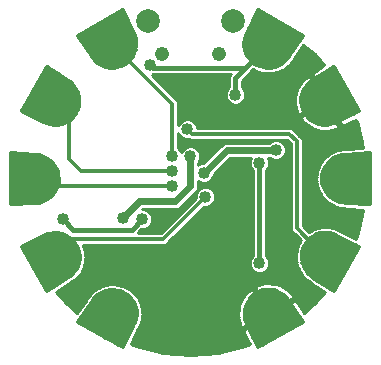
<source format=gbl>
G75*
%MOIN*%
%OFA0B0*%
%FSLAX24Y24*%
%IPPOS*%
%LPD*%
%AMOC8*
5,1,8,0,0,1.08239X$1,22.5*
%
%ADD10C,0.0476*%
%ADD11C,0.0787*%
%ADD12C,0.1266*%
%ADD13C,0.0120*%
%ADD14C,0.0400*%
%ADD15C,0.0140*%
%ADD16C,0.0100*%
%ADD17C,0.0160*%
%ADD18C,0.0240*%
D10*
X005195Y010298D03*
X007105Y010298D03*
D11*
X007571Y011400D03*
X004729Y011400D03*
D12*
X003550Y010650D03*
X001650Y008750D03*
X000963Y006150D03*
X001650Y003550D03*
X003550Y001650D03*
X008750Y001650D03*
X010650Y003550D03*
X011338Y006150D03*
X010650Y008750D03*
X008750Y010650D03*
D13*
X009327Y010104D02*
X008160Y010104D01*
X008151Y010112D02*
X008244Y010026D01*
X008350Y009957D01*
X008464Y009905D01*
X008584Y009872D01*
X008708Y009857D01*
X008833Y009861D01*
X008955Y009884D01*
X009073Y009925D01*
X009183Y009984D01*
X009283Y010059D01*
X009370Y010148D01*
X009443Y010250D01*
X009886Y010918D01*
X008414Y011768D01*
X008057Y011050D01*
X008000Y010937D01*
X007962Y010817D01*
X007944Y010692D01*
X007947Y010565D01*
X007969Y010441D01*
X008012Y010322D01*
X008073Y010211D01*
X008151Y010112D01*
X008067Y010223D02*
X009423Y010223D01*
X009503Y010341D02*
X008005Y010341D01*
X007966Y010460D02*
X009582Y010460D01*
X009661Y010578D02*
X007946Y010578D01*
X007945Y010697D02*
X009739Y010697D01*
X009818Y010815D02*
X007962Y010815D01*
X007999Y010934D02*
X009859Y010934D01*
X009654Y011052D02*
X008058Y011052D01*
X008117Y011171D02*
X009448Y011171D01*
X009243Y011289D02*
X008176Y011289D01*
X008235Y011408D02*
X009038Y011408D01*
X008833Y011526D02*
X008294Y011526D01*
X008353Y011645D02*
X008627Y011645D01*
X008422Y011763D02*
X008411Y011763D01*
X008307Y009986D02*
X009185Y009986D01*
X008866Y009867D02*
X008623Y009867D01*
X009955Y009156D02*
X011339Y009156D01*
X011271Y009275D02*
X010040Y009275D01*
X010051Y009288D02*
X009973Y009189D01*
X009912Y009078D01*
X009869Y008959D01*
X009847Y008835D01*
X009844Y008708D01*
X009862Y008583D01*
X009900Y008463D01*
X009957Y008350D01*
X010030Y008248D01*
X010117Y008159D01*
X010217Y008084D01*
X010327Y008025D01*
X010445Y007984D01*
X010567Y007961D01*
X010692Y007957D01*
X010816Y007972D01*
X010936Y008005D01*
X011050Y008057D01*
X011768Y008414D01*
X010918Y009886D01*
X010250Y009443D01*
X010144Y009374D01*
X010051Y009288D01*
X010174Y009393D02*
X011203Y009393D01*
X011134Y009512D02*
X010353Y009512D01*
X010532Y009630D02*
X011066Y009630D01*
X010997Y009749D02*
X010711Y009749D01*
X010889Y009867D02*
X010929Y009867D01*
X011408Y009038D02*
X009897Y009038D01*
X009862Y008919D02*
X011476Y008919D01*
X011545Y008801D02*
X009846Y008801D01*
X009848Y008682D02*
X011613Y008682D01*
X011681Y008564D02*
X009869Y008564D01*
X009909Y008445D02*
X011750Y008445D01*
X011592Y008327D02*
X009974Y008327D01*
X010069Y008208D02*
X011354Y008208D01*
X011115Y008090D02*
X010210Y008090D01*
X010512Y007971D02*
X010810Y007971D01*
X011211Y006943D02*
X011338Y006950D01*
X012138Y007000D01*
X012138Y005300D01*
X011338Y005350D01*
X011213Y005362D01*
X011092Y005393D01*
X010977Y005442D01*
X010871Y005508D01*
X010777Y005589D01*
X010695Y005684D01*
X010629Y005790D01*
X010580Y005905D01*
X010550Y006026D01*
X010538Y006150D01*
X010545Y006276D01*
X010572Y006400D01*
X010619Y006517D01*
X010684Y006625D01*
X010766Y006721D01*
X010862Y006803D01*
X010971Y006869D01*
X011088Y006915D01*
X011211Y006943D01*
X011061Y006905D02*
X012138Y006905D01*
X012138Y006786D02*
X010842Y006786D01*
X010720Y006668D02*
X012138Y006668D01*
X012138Y006549D02*
X010638Y006549D01*
X010584Y006431D02*
X012138Y006431D01*
X012138Y006312D02*
X010553Y006312D01*
X010540Y006194D02*
X012138Y006194D01*
X012138Y006075D02*
X010545Y006075D01*
X010567Y005957D02*
X012138Y005957D01*
X012138Y005838D02*
X010609Y005838D01*
X010673Y005720D02*
X012138Y005720D01*
X012138Y005601D02*
X010766Y005601D01*
X010912Y005483D02*
X012138Y005483D01*
X012138Y005364D02*
X011206Y005364D01*
X010817Y004338D02*
X010692Y004356D01*
X010565Y004353D01*
X010441Y004331D01*
X010322Y004288D01*
X010211Y004227D01*
X010112Y004149D01*
X010026Y004056D01*
X009957Y003950D01*
X009905Y003836D01*
X009872Y003716D01*
X009857Y003592D01*
X009861Y003467D01*
X009884Y003345D01*
X009925Y003227D01*
X009984Y003117D01*
X010059Y003017D01*
X010148Y002930D01*
X010250Y002857D01*
X010918Y002414D01*
X011768Y003886D01*
X011050Y004243D01*
X010937Y004300D01*
X010817Y004338D01*
X010942Y004298D02*
X010348Y004298D01*
X010150Y004179D02*
X011178Y004179D01*
X011417Y004061D02*
X010031Y004061D01*
X009954Y003942D02*
X011655Y003942D01*
X011732Y003824D02*
X009902Y003824D01*
X009870Y003705D02*
X011663Y003705D01*
X011595Y003587D02*
X009857Y003587D01*
X009861Y003468D02*
X011526Y003468D01*
X011458Y003350D02*
X009883Y003350D01*
X009924Y003231D02*
X011390Y003231D01*
X011321Y003113D02*
X009987Y003113D01*
X010083Y002994D02*
X011253Y002994D01*
X011184Y002876D02*
X010224Y002876D01*
X010401Y002757D02*
X011116Y002757D01*
X011048Y002639D02*
X010579Y002639D01*
X010758Y002520D02*
X010979Y002520D01*
X010650Y003550D02*
X009700Y004500D01*
X009700Y007400D01*
X009450Y007650D01*
X006200Y007650D01*
X006050Y007800D01*
X004052Y010030D02*
X003950Y009957D01*
X003837Y009900D01*
X003717Y009862D01*
X003592Y009844D01*
X003465Y009847D01*
X003341Y009869D01*
X003222Y009912D01*
X003111Y009973D01*
X003012Y010051D01*
X002926Y010144D01*
X002857Y010250D01*
X002414Y010918D01*
X003886Y011768D01*
X004243Y011050D01*
X004295Y010936D01*
X004328Y010816D01*
X004343Y010692D01*
X004339Y010567D01*
X004316Y010445D01*
X004275Y010327D01*
X004216Y010217D01*
X004141Y010117D01*
X004052Y010030D01*
X003990Y009986D02*
X003095Y009986D01*
X002963Y010104D02*
X004128Y010104D01*
X004219Y010223D02*
X002875Y010223D01*
X002797Y010341D02*
X004280Y010341D01*
X004319Y010460D02*
X002718Y010460D01*
X002639Y010578D02*
X004340Y010578D01*
X004343Y010697D02*
X002561Y010697D01*
X002482Y010815D02*
X004328Y010815D01*
X004295Y010934D02*
X002441Y010934D01*
X002646Y011052D02*
X004242Y011052D01*
X004183Y011171D02*
X002852Y011171D01*
X003057Y011289D02*
X004124Y011289D01*
X004065Y011408D02*
X003262Y011408D01*
X003467Y011526D02*
X004006Y011526D01*
X003947Y011645D02*
X003673Y011645D01*
X003878Y011763D02*
X003889Y011763D01*
X003732Y009867D02*
X003354Y009867D01*
X002316Y009183D02*
X002375Y009073D01*
X002416Y008955D01*
X002439Y008833D01*
X002443Y008708D01*
X002428Y008584D01*
X002395Y008464D01*
X002343Y008350D01*
X002274Y008244D01*
X002188Y008151D01*
X002089Y008073D01*
X001978Y008012D01*
X001859Y007969D01*
X001735Y007947D01*
X001608Y007944D01*
X001483Y007962D01*
X001363Y008000D01*
X001250Y008057D01*
X000532Y008414D01*
X001382Y009886D01*
X002050Y009443D01*
X002152Y009370D01*
X002241Y009283D01*
X002316Y009183D01*
X002330Y009156D02*
X000961Y009156D01*
X001029Y009275D02*
X002247Y009275D01*
X002120Y009393D02*
X001097Y009393D01*
X001166Y009512D02*
X001947Y009512D01*
X001768Y009630D02*
X001234Y009630D01*
X001303Y009749D02*
X001589Y009749D01*
X001411Y009867D02*
X001371Y009867D01*
X000892Y009038D02*
X002387Y009038D01*
X002423Y008919D02*
X000824Y008919D01*
X000755Y008801D02*
X002440Y008801D01*
X002440Y008682D02*
X000687Y008682D01*
X000619Y008564D02*
X002423Y008564D01*
X002386Y008445D02*
X000550Y008445D01*
X000708Y008327D02*
X002327Y008327D01*
X002240Y008208D02*
X000946Y008208D01*
X001185Y008090D02*
X002110Y008090D01*
X001864Y007971D02*
X001456Y007971D01*
X001087Y006938D02*
X000963Y006950D01*
X000163Y007000D01*
X000163Y005300D01*
X000963Y005350D01*
X001089Y005357D01*
X001212Y005385D01*
X001329Y005431D01*
X001438Y005497D01*
X001534Y005579D01*
X001616Y005675D01*
X001681Y005783D01*
X001728Y005900D01*
X001755Y006024D01*
X001763Y006150D01*
X001750Y006274D01*
X001720Y006395D01*
X001671Y006510D01*
X001605Y006616D01*
X001523Y006711D01*
X001429Y006792D01*
X001323Y006858D01*
X001208Y006907D01*
X001087Y006938D01*
X001214Y006905D02*
X000163Y006905D01*
X000163Y006786D02*
X001436Y006786D01*
X001561Y006668D02*
X000163Y006668D01*
X000163Y006549D02*
X001646Y006549D01*
X001705Y006431D02*
X000163Y006431D01*
X000163Y006312D02*
X001741Y006312D01*
X001758Y006194D02*
X000163Y006194D01*
X000163Y006075D02*
X001758Y006075D01*
X001740Y005957D02*
X000163Y005957D01*
X000163Y005838D02*
X001703Y005838D01*
X001643Y005720D02*
X000163Y005720D01*
X000163Y005601D02*
X001553Y005601D01*
X001414Y005483D02*
X000163Y005483D01*
X000163Y005364D02*
X001120Y005364D01*
X001374Y004298D02*
X001909Y004298D01*
X001855Y004316D02*
X001733Y004339D01*
X001608Y004343D01*
X001484Y004328D01*
X001364Y004295D01*
X001250Y004243D01*
X000532Y003886D01*
X001382Y002414D01*
X002050Y002857D01*
X002156Y002926D01*
X002249Y003012D01*
X002327Y003111D01*
X002388Y003222D01*
X002431Y003341D01*
X002453Y003465D01*
X002456Y003592D01*
X002438Y003717D01*
X002400Y003837D01*
X002343Y003950D01*
X002270Y004052D01*
X002183Y004141D01*
X002083Y004216D01*
X001973Y004275D01*
X001855Y004316D01*
X002132Y004179D02*
X001122Y004179D01*
X000883Y004061D02*
X002262Y004061D01*
X002347Y003942D02*
X000645Y003942D01*
X000568Y003824D02*
X002404Y003824D01*
X002439Y003705D02*
X000637Y003705D01*
X000705Y003587D02*
X002456Y003587D01*
X002453Y003468D02*
X000774Y003468D01*
X000842Y003350D02*
X002432Y003350D01*
X002391Y003231D02*
X000910Y003231D01*
X000979Y003113D02*
X002328Y003113D01*
X002229Y002994D02*
X001047Y002994D01*
X001116Y002876D02*
X002078Y002876D01*
X001899Y002757D02*
X001184Y002757D01*
X001252Y002639D02*
X001721Y002639D01*
X001542Y002520D02*
X001321Y002520D01*
X002414Y001382D02*
X003886Y000532D01*
X004243Y001250D01*
X004300Y001363D01*
X004338Y001483D01*
X004356Y001608D01*
X004353Y001735D01*
X004331Y001859D01*
X004288Y001978D01*
X004227Y002089D01*
X004149Y002188D01*
X004056Y002274D01*
X003950Y002343D01*
X003836Y002395D01*
X003716Y002428D01*
X003592Y002443D01*
X003467Y002439D01*
X003345Y002416D01*
X003227Y002375D01*
X003117Y002316D01*
X003017Y002241D01*
X002930Y002152D01*
X002857Y002050D01*
X002414Y001382D01*
X002461Y001454D02*
X004328Y001454D01*
X004350Y001572D02*
X002540Y001572D01*
X002619Y001691D02*
X004354Y001691D01*
X004340Y001809D02*
X002697Y001809D01*
X002776Y001928D02*
X004306Y001928D01*
X004251Y002046D02*
X002855Y002046D01*
X002942Y002165D02*
X004167Y002165D01*
X004041Y002283D02*
X003073Y002283D01*
X003303Y002402D02*
X003811Y002402D01*
X004286Y001335D02*
X002496Y001335D01*
X002701Y001217D02*
X004226Y001217D01*
X004167Y001098D02*
X002906Y001098D01*
X003111Y000980D02*
X004108Y000980D01*
X004050Y000861D02*
X003317Y000861D01*
X003522Y000743D02*
X003991Y000743D01*
X003932Y000624D02*
X003727Y000624D01*
X007972Y001484D02*
X008005Y001364D01*
X008057Y001250D01*
X008414Y000532D01*
X009886Y001382D01*
X009443Y002050D01*
X009374Y002156D01*
X009288Y002249D01*
X009189Y002327D01*
X009078Y002388D01*
X008959Y002431D01*
X008835Y002453D01*
X008708Y002456D01*
X008583Y002438D01*
X008463Y002400D01*
X008350Y002343D01*
X008248Y002270D01*
X008159Y002183D01*
X008084Y002083D01*
X008025Y001973D01*
X007984Y001855D01*
X007961Y001733D01*
X007957Y001608D01*
X007972Y001484D01*
X007980Y001454D02*
X009839Y001454D01*
X009804Y001335D02*
X008019Y001335D01*
X008074Y001217D02*
X009599Y001217D01*
X009394Y001098D02*
X008133Y001098D01*
X008192Y000980D02*
X009189Y000980D01*
X008983Y000861D02*
X008250Y000861D01*
X008309Y000743D02*
X008778Y000743D01*
X008573Y000624D02*
X008368Y000624D01*
X007961Y001572D02*
X009760Y001572D01*
X009681Y001691D02*
X007959Y001691D01*
X007975Y001809D02*
X009603Y001809D01*
X009524Y001928D02*
X008009Y001928D01*
X008064Y002046D02*
X009445Y002046D01*
X009365Y002165D02*
X008145Y002165D01*
X008266Y002283D02*
X009245Y002283D01*
X009041Y002402D02*
X008469Y002402D01*
D14*
X008450Y003330D03*
X006650Y005550D03*
X006600Y006350D03*
X006150Y006900D03*
X005550Y006900D03*
X005550Y006400D03*
X005550Y005900D03*
X004550Y004800D03*
X003900Y004850D03*
X001900Y004800D03*
X006050Y007800D03*
X007650Y008950D03*
X009000Y007110D03*
X008450Y006690D03*
X004800Y009950D03*
D15*
X003550Y010650D02*
X005550Y008650D01*
X005550Y006900D01*
X005550Y006400D02*
X002500Y006400D01*
X002100Y006800D01*
X002100Y008300D01*
X001650Y008750D01*
X000963Y006150D02*
X001213Y005900D01*
X005550Y005900D01*
X006650Y005550D02*
X005250Y004150D01*
X002250Y004150D01*
X001650Y003550D01*
D16*
X001679Y002383D02*
X002003Y002003D01*
X002383Y001679D01*
X002657Y002093D01*
X002657Y002096D01*
X002701Y002158D01*
X002739Y002215D01*
X002739Y002228D01*
X002784Y002274D01*
X002821Y002326D01*
X002837Y002329D01*
X002838Y002329D01*
X002840Y002346D01*
X002891Y002384D01*
X002936Y002430D01*
X002953Y002430D01*
X002953Y002431D01*
X002958Y002446D01*
X003014Y002477D01*
X003066Y002515D01*
X003082Y002513D01*
X003082Y002513D01*
X003090Y002528D01*
X003150Y002549D01*
X003207Y002580D01*
X003222Y002575D01*
X003223Y002575D01*
X003232Y002589D01*
X003295Y002600D01*
X003356Y002622D01*
X003371Y002614D01*
X003371Y002615D01*
X003383Y002627D01*
X003447Y002629D01*
X003510Y002641D01*
X003523Y002631D01*
X003524Y002631D01*
X003537Y002641D01*
X003601Y002634D01*
X003665Y002636D01*
X003677Y002624D01*
X003677Y002624D01*
X003692Y002632D01*
X003753Y002615D01*
X003817Y002607D01*
X003827Y002594D01*
X003828Y002594D01*
X003843Y002600D01*
X003902Y002573D01*
X003963Y002556D01*
X003972Y002542D01*
X003972Y002541D01*
X003988Y002545D01*
X004042Y002510D01*
X004100Y002483D01*
X004106Y002468D01*
X004109Y002466D01*
X004126Y002467D01*
X004173Y002424D01*
X004226Y002389D01*
X004229Y002372D01*
X004232Y002370D01*
X004249Y002367D01*
X004289Y002318D01*
X004335Y002275D01*
X004336Y002258D01*
X004338Y002254D01*
X004355Y002250D01*
X004386Y002194D01*
X004425Y002144D01*
X004423Y002127D01*
X004425Y002124D01*
X004441Y002116D01*
X004462Y002057D01*
X004492Y002001D01*
X004488Y001984D01*
X004489Y001981D01*
X004503Y001971D01*
X004515Y001908D01*
X004536Y001849D01*
X004528Y001833D01*
X004529Y001829D01*
X004542Y001817D01*
X004543Y001754D01*
X004554Y001692D01*
X004544Y001677D01*
X004545Y001673D01*
X004555Y001659D01*
X004546Y001597D01*
X004547Y001533D01*
X004535Y001521D01*
X004534Y001517D01*
X004543Y001501D01*
X004524Y001441D01*
X004515Y001378D01*
X004501Y001368D01*
X004499Y001364D01*
X004505Y001348D01*
X004476Y001291D01*
X004457Y001231D01*
X004442Y001223D01*
X004413Y001165D01*
X004156Y000647D01*
X004338Y000572D01*
X005233Y000357D01*
X006150Y000285D01*
X007067Y000357D01*
X007962Y000572D01*
X008127Y000640D01*
X008049Y000798D01*
X008049Y000798D01*
X007897Y001100D01*
X008732Y001582D01*
X008682Y001668D01*
X007851Y001189D01*
X007844Y001202D01*
X007844Y001202D01*
X007799Y001314D01*
X007799Y001314D01*
X007766Y001430D01*
X007766Y001430D01*
X007748Y001550D01*
X007748Y001550D01*
X007744Y001671D01*
X007744Y001671D01*
X007755Y001792D01*
X007755Y001792D01*
X007779Y001910D01*
X007779Y001910D01*
X007817Y002025D01*
X007817Y002025D01*
X007869Y002135D01*
X007869Y002135D01*
X007910Y002201D01*
X007933Y002237D01*
X007933Y002237D01*
X007983Y002301D01*
X008008Y002332D01*
X008008Y002332D01*
X008008Y002332D01*
X008094Y002417D01*
X008094Y002417D01*
X008190Y002491D01*
X008190Y002491D01*
X008202Y002499D01*
X008682Y001668D01*
X008768Y001718D01*
X008288Y002551D01*
X008293Y002554D01*
X008293Y002554D01*
X008294Y002555D01*
X008406Y002605D01*
X008406Y002605D01*
X008524Y002641D01*
X008524Y002641D01*
X008646Y002663D01*
X008646Y002663D01*
X008770Y002669D01*
X008770Y002669D01*
X008893Y002660D01*
X008893Y002660D01*
X009014Y002635D01*
X009131Y002596D01*
X009243Y002542D01*
X009346Y002475D01*
X009441Y002396D01*
X009441Y002396D01*
X009525Y002305D01*
X009598Y002205D01*
X009601Y002199D01*
X008768Y001718D01*
X008818Y001632D01*
X009653Y002113D01*
X009933Y001692D01*
X010297Y002003D01*
X010621Y002383D01*
X010207Y002657D01*
X010204Y002657D01*
X010142Y002701D01*
X010085Y002739D01*
X010072Y002739D01*
X010026Y002784D01*
X009974Y002821D01*
X009971Y002837D01*
X009971Y002838D01*
X009954Y002840D01*
X009916Y002891D01*
X009870Y002936D01*
X009870Y002953D01*
X009869Y002953D01*
X009854Y002958D01*
X009823Y003014D01*
X009785Y003066D01*
X009787Y003082D01*
X009787Y003082D01*
X009772Y003090D01*
X009751Y003150D01*
X009720Y003207D01*
X009725Y003222D01*
X009725Y003223D01*
X009711Y003232D01*
X009700Y003295D01*
X009678Y003356D01*
X009686Y003371D01*
X009685Y003371D01*
X009673Y003383D01*
X009671Y003447D01*
X009659Y003510D01*
X009669Y003523D01*
X009669Y003524D01*
X009659Y003537D01*
X009666Y003601D01*
X009664Y003665D01*
X009676Y003677D01*
X009676Y003677D01*
X009668Y003692D01*
X009685Y003753D01*
X009693Y003817D01*
X009706Y003827D01*
X009706Y003828D01*
X009700Y003843D01*
X009727Y003902D01*
X009744Y003963D01*
X009758Y003972D01*
X009759Y003972D01*
X009755Y003988D01*
X009790Y004042D01*
X009817Y004100D01*
X009827Y004104D01*
X009621Y004310D01*
X009510Y004421D01*
X009510Y007321D01*
X009371Y007460D01*
X006121Y007460D01*
X006111Y007470D01*
X005984Y007470D01*
X005863Y007520D01*
X005770Y007613D01*
X005750Y007662D01*
X005750Y007167D01*
X005830Y007087D01*
X005850Y007038D01*
X005870Y007087D01*
X005963Y007180D01*
X006084Y007230D01*
X006216Y007230D01*
X006337Y007180D01*
X006430Y007087D01*
X006480Y006966D01*
X006480Y006834D01*
X006430Y006713D01*
X006400Y006683D01*
X006400Y006617D01*
X006413Y006630D01*
X006534Y006680D01*
X006576Y006680D01*
X007218Y007322D01*
X007310Y007360D01*
X008783Y007360D01*
X008813Y007390D01*
X008934Y007440D01*
X009066Y007440D01*
X009187Y007390D01*
X009280Y007297D01*
X009330Y007176D01*
X009330Y007044D01*
X009280Y006923D01*
X009187Y006830D01*
X009066Y006780D01*
X008934Y006780D01*
X008813Y006830D01*
X008783Y006860D01*
X008737Y006860D01*
X008780Y006756D01*
X008780Y006624D01*
X008730Y006503D01*
X008660Y006433D01*
X008660Y003587D01*
X008730Y003517D01*
X008780Y003396D01*
X008780Y003264D01*
X008730Y003143D01*
X008637Y003050D01*
X008516Y003000D01*
X008384Y003000D01*
X008263Y003050D01*
X008170Y003143D01*
X008120Y003264D01*
X008120Y003396D01*
X008170Y003517D01*
X008240Y003587D01*
X008240Y006433D01*
X008170Y006503D01*
X008120Y006624D01*
X008120Y006756D01*
X008163Y006860D01*
X007464Y006860D01*
X006930Y006326D01*
X006930Y006284D01*
X006880Y006163D01*
X006787Y006070D01*
X006666Y006020D01*
X006534Y006020D01*
X006413Y006070D01*
X006400Y006083D01*
X006400Y005850D01*
X006362Y005758D01*
X006292Y005688D01*
X005792Y005188D01*
X005700Y005150D01*
X004554Y005150D01*
X004534Y005130D01*
X004616Y005130D01*
X004737Y005080D01*
X004830Y004987D01*
X004880Y004866D01*
X004880Y004734D01*
X004830Y004613D01*
X004737Y004520D01*
X004616Y004470D01*
X004517Y004470D01*
X004410Y004363D01*
X004397Y004350D01*
X005167Y004350D01*
X006320Y005503D01*
X006320Y005616D01*
X006370Y005737D01*
X006463Y005830D01*
X006584Y005880D01*
X006716Y005880D01*
X006837Y005830D01*
X006930Y005737D01*
X006980Y005616D01*
X006980Y005484D01*
X006930Y005363D01*
X006837Y005270D01*
X006716Y005220D01*
X006603Y005220D01*
X005450Y004067D01*
X005333Y003950D01*
X002563Y003950D01*
X002576Y003909D01*
X002605Y003852D01*
X002599Y003836D01*
X002601Y003832D01*
X002615Y003822D01*
X002624Y003759D01*
X002643Y003699D01*
X002634Y003683D01*
X002635Y003679D01*
X002647Y003667D01*
X002646Y003603D01*
X002655Y003541D01*
X002645Y003527D01*
X002644Y003523D01*
X002654Y003508D01*
X002643Y003446D01*
X002642Y003383D01*
X002629Y003371D01*
X002628Y003367D01*
X002636Y003351D01*
X002615Y003292D01*
X002603Y003229D01*
X002589Y003219D01*
X002588Y003216D01*
X002592Y003199D01*
X002562Y003143D01*
X002541Y003084D01*
X002525Y003076D01*
X002523Y003073D01*
X002525Y003056D01*
X002486Y003006D01*
X002455Y002950D01*
X002438Y002946D01*
X002436Y002942D01*
X002435Y002925D01*
X002389Y002882D01*
X002349Y002833D01*
X002332Y002830D01*
X002329Y002828D01*
X002326Y002811D01*
X002273Y002776D01*
X002226Y002733D01*
X002209Y002734D01*
X002155Y002699D01*
X001679Y002383D01*
X001728Y002416D02*
X002922Y002416D01*
X002814Y002317D02*
X001734Y002317D01*
X001819Y002219D02*
X002739Y002219D01*
X002674Y002120D02*
X001903Y002120D01*
X001987Y002022D02*
X002610Y002022D01*
X002545Y001923D02*
X002096Y001923D01*
X002212Y001825D02*
X002479Y001825D01*
X002414Y001726D02*
X002327Y001726D01*
X001877Y002514D02*
X003064Y002514D01*
X003073Y002514D02*
X003083Y002514D01*
X003330Y002613D02*
X002025Y002613D01*
X002174Y002711D02*
X010127Y002711D01*
X009990Y002810D02*
X002324Y002810D01*
X002417Y002908D02*
X009899Y002908D01*
X009828Y003007D02*
X008531Y003007D01*
X008369Y003007D02*
X002486Y003007D01*
X002548Y003105D02*
X008208Y003105D01*
X008145Y003204D02*
X002591Y003204D01*
X002618Y003302D02*
X008120Y003302D01*
X008122Y003401D02*
X002642Y003401D01*
X002653Y003499D02*
X008163Y003499D01*
X008240Y003598D02*
X002647Y003598D01*
X002641Y003696D02*
X008240Y003696D01*
X008240Y003795D02*
X002618Y003795D01*
X002584Y003893D02*
X008240Y003893D01*
X008240Y003992D02*
X005374Y003992D01*
X005473Y004090D02*
X008240Y004090D01*
X008240Y004189D02*
X005571Y004189D01*
X005670Y004287D02*
X008240Y004287D01*
X008240Y004386D02*
X005768Y004386D01*
X005867Y004484D02*
X008240Y004484D01*
X008240Y004583D02*
X005965Y004583D01*
X006064Y004681D02*
X008240Y004681D01*
X008240Y004780D02*
X006162Y004780D01*
X006261Y004878D02*
X008240Y004878D01*
X008240Y004977D02*
X006359Y004977D01*
X006458Y005075D02*
X008240Y005075D01*
X008240Y005174D02*
X006556Y005174D01*
X006839Y005272D02*
X008240Y005272D01*
X008240Y005371D02*
X006933Y005371D01*
X006974Y005469D02*
X008240Y005469D01*
X008240Y005568D02*
X006980Y005568D01*
X006959Y005666D02*
X008240Y005666D01*
X008240Y005765D02*
X006902Y005765D01*
X006757Y005863D02*
X008240Y005863D01*
X008240Y005962D02*
X006400Y005962D01*
X006400Y006060D02*
X006438Y006060D01*
X006400Y005863D02*
X006543Y005863D01*
X006398Y005765D02*
X006364Y005765D01*
X006341Y005666D02*
X006270Y005666D01*
X006320Y005568D02*
X006171Y005568D01*
X006073Y005469D02*
X006286Y005469D01*
X006188Y005371D02*
X005974Y005371D01*
X005876Y005272D02*
X006089Y005272D01*
X005991Y005174D02*
X005756Y005174D01*
X005892Y005075D02*
X004742Y005075D01*
X004834Y004977D02*
X005794Y004977D01*
X005695Y004878D02*
X004875Y004878D01*
X004880Y004780D02*
X005597Y004780D01*
X005498Y004681D02*
X004858Y004681D01*
X004799Y004583D02*
X005400Y004583D01*
X005301Y004484D02*
X004649Y004484D01*
X004432Y004386D02*
X005203Y004386D01*
X006762Y006060D02*
X008240Y006060D01*
X008240Y006159D02*
X006875Y006159D01*
X006919Y006257D02*
X008240Y006257D01*
X008240Y006356D02*
X006959Y006356D01*
X007058Y006454D02*
X008219Y006454D01*
X008150Y006553D02*
X007156Y006553D01*
X007255Y006651D02*
X008120Y006651D01*
X008120Y006750D02*
X007353Y006750D01*
X007452Y006848D02*
X008158Y006848D01*
X008681Y006454D02*
X009510Y006454D01*
X009510Y006356D02*
X008660Y006356D01*
X008660Y006257D02*
X009510Y006257D01*
X009510Y006159D02*
X008660Y006159D01*
X008660Y006060D02*
X009510Y006060D01*
X009510Y005962D02*
X008660Y005962D01*
X008660Y005863D02*
X009510Y005863D01*
X009510Y005765D02*
X008660Y005765D01*
X008660Y005666D02*
X009510Y005666D01*
X009510Y005568D02*
X008660Y005568D01*
X008660Y005469D02*
X009510Y005469D01*
X009510Y005371D02*
X008660Y005371D01*
X008660Y005272D02*
X009510Y005272D01*
X009510Y005174D02*
X008660Y005174D01*
X008660Y005075D02*
X009510Y005075D01*
X009510Y004977D02*
X008660Y004977D01*
X008660Y004878D02*
X009510Y004878D01*
X009510Y004780D02*
X008660Y004780D01*
X008660Y004681D02*
X009510Y004681D01*
X009510Y004583D02*
X008660Y004583D01*
X008660Y004484D02*
X009510Y004484D01*
X009546Y004386D02*
X008660Y004386D01*
X008660Y004287D02*
X009644Y004287D01*
X009743Y004189D02*
X008660Y004189D01*
X008660Y004090D02*
X009812Y004090D01*
X009757Y003992D02*
X008660Y003992D01*
X008660Y003893D02*
X009723Y003893D01*
X009690Y003795D02*
X008660Y003795D01*
X008660Y003696D02*
X009669Y003696D01*
X009666Y003598D02*
X008660Y003598D01*
X008737Y003499D02*
X009661Y003499D01*
X009673Y003401D02*
X008778Y003401D01*
X008780Y003302D02*
X009697Y003302D01*
X009722Y003204D02*
X008755Y003204D01*
X008692Y003105D02*
X009767Y003105D01*
X010275Y002613D02*
X009082Y002613D01*
X009286Y002514D02*
X010423Y002514D01*
X010572Y002416D02*
X009418Y002416D01*
X009514Y002317D02*
X010566Y002317D01*
X010481Y002219D02*
X009588Y002219D01*
X009464Y002120D02*
X010397Y002120D01*
X010313Y002022D02*
X009714Y002022D01*
X009779Y001923D02*
X010204Y001923D01*
X010088Y001825D02*
X009845Y001825D01*
X009910Y001726D02*
X009973Y001726D01*
X009493Y002022D02*
X009293Y002022D01*
X009323Y001923D02*
X009123Y001923D01*
X009152Y001825D02*
X008952Y001825D01*
X008982Y001726D02*
X008782Y001726D01*
X008764Y001726D02*
X008648Y001726D01*
X008611Y001628D02*
X008705Y001628D01*
X008640Y001529D02*
X008440Y001529D01*
X008470Y001431D02*
X008270Y001431D01*
X008299Y001332D02*
X008099Y001332D01*
X008129Y001234D02*
X007929Y001234D01*
X007844Y001202D02*
X007844Y001202D01*
X007831Y001234D02*
X004458Y001234D01*
X004497Y001332D02*
X007794Y001332D01*
X007766Y001431D02*
X004522Y001431D01*
X004543Y001529D02*
X007752Y001529D01*
X007746Y001628D02*
X004550Y001628D01*
X004548Y001726D02*
X007749Y001726D01*
X007762Y001825D02*
X004534Y001825D01*
X004512Y001923D02*
X007783Y001923D01*
X007816Y002022D02*
X004481Y002022D01*
X004433Y002120D02*
X007862Y002120D01*
X007921Y002219D02*
X004372Y002219D01*
X004289Y002317D02*
X007996Y002317D01*
X008093Y002416D02*
X004186Y002416D01*
X004035Y002514D02*
X008309Y002514D01*
X008366Y002416D02*
X008250Y002416D01*
X008307Y002317D02*
X008423Y002317D01*
X008480Y002219D02*
X008364Y002219D01*
X008421Y002120D02*
X008536Y002120D01*
X008478Y002022D02*
X008593Y002022D01*
X008535Y001923D02*
X008650Y001923D01*
X008592Y001825D02*
X008707Y001825D01*
X008430Y002613D02*
X003775Y002613D01*
X004398Y001135D02*
X007958Y001135D01*
X007929Y001037D02*
X004349Y001037D01*
X004300Y000938D02*
X007979Y000938D01*
X008028Y000840D02*
X004251Y000840D01*
X004202Y000741D02*
X008077Y000741D01*
X008126Y000643D02*
X004168Y000643D01*
X004454Y000544D02*
X007846Y000544D01*
X007435Y000446D02*
X004865Y000446D01*
X005362Y000347D02*
X006938Y000347D01*
X010091Y004378D02*
X009890Y004579D01*
X009890Y007479D01*
X009779Y007590D01*
X009779Y007590D01*
X009640Y007729D01*
X009529Y007840D01*
X006380Y007840D01*
X006380Y007866D01*
X006330Y007987D01*
X006237Y008080D01*
X006116Y008130D01*
X005984Y008130D01*
X005863Y008080D01*
X005770Y007987D01*
X005750Y007938D01*
X005750Y008733D01*
X004863Y009620D01*
X004866Y009620D01*
X004914Y009640D01*
X007493Y009640D01*
X007440Y009587D01*
X007440Y009584D01*
X007438Y009582D01*
X007440Y009498D01*
X007440Y009207D01*
X007370Y009137D01*
X007320Y009016D01*
X007320Y008884D01*
X007370Y008763D01*
X007463Y008670D01*
X007584Y008620D01*
X007716Y008620D01*
X007837Y008670D01*
X007930Y008763D01*
X007980Y008884D01*
X007980Y009016D01*
X007930Y009137D01*
X007860Y009207D01*
X007860Y009416D01*
X008191Y009762D01*
X008192Y009763D01*
X008232Y009802D01*
X008258Y009790D01*
X008312Y009755D01*
X008328Y009759D01*
X008328Y009758D01*
X008337Y009744D01*
X008398Y009727D01*
X008457Y009700D01*
X008472Y009706D01*
X008473Y009706D01*
X008483Y009693D01*
X008547Y009685D01*
X008608Y009668D01*
X008623Y009676D01*
X008635Y009664D01*
X008699Y009666D01*
X008763Y009659D01*
X008776Y009669D01*
X008777Y009669D01*
X008790Y009659D01*
X008853Y009671D01*
X008917Y009673D01*
X008929Y009685D01*
X008929Y009686D01*
X008944Y009678D01*
X009005Y009700D01*
X009068Y009711D01*
X009077Y009725D01*
X009078Y009725D01*
X009093Y009720D01*
X009150Y009751D01*
X009210Y009772D01*
X009218Y009787D01*
X009234Y009785D01*
X009286Y009823D01*
X009342Y009854D01*
X009347Y009869D01*
X009347Y009870D01*
X009364Y009870D01*
X009409Y009916D01*
X009460Y009954D01*
X009462Y009971D01*
X009463Y009971D01*
X009479Y009974D01*
X009516Y010026D01*
X009561Y010072D01*
X009561Y010085D01*
X009599Y010142D01*
X009643Y010204D01*
X009643Y010207D01*
X009917Y010621D01*
X010297Y010297D01*
X010608Y009933D01*
X010187Y009653D01*
X010668Y008818D01*
X010553Y008818D01*
X010582Y008768D02*
X010101Y009601D01*
X010095Y009598D01*
X009995Y009525D01*
X009904Y009441D01*
X009825Y009346D01*
X009758Y009243D01*
X009704Y009131D01*
X009665Y009014D01*
X009640Y008893D01*
X009640Y008893D01*
X009631Y008770D01*
X009631Y008770D01*
X009637Y008646D01*
X009659Y008524D01*
X009695Y008406D01*
X009746Y008293D01*
X009749Y008288D01*
X010582Y008768D01*
X010632Y008682D01*
X010718Y008732D01*
X011200Y007897D01*
X011502Y008049D01*
X011660Y008127D01*
X011728Y007962D01*
X011917Y007177D01*
X011326Y007140D01*
X011262Y007136D01*
X011247Y007145D01*
X011185Y007132D01*
X011122Y007128D01*
X011110Y007115D01*
X011107Y007114D01*
X011090Y007121D01*
X011032Y007098D01*
X010970Y007084D01*
X010961Y007069D01*
X010957Y007068D01*
X010940Y007072D01*
X010886Y007039D01*
X010827Y007016D01*
X010820Y007000D01*
X010817Y006998D01*
X010799Y006999D01*
X010751Y006958D01*
X010697Y006925D01*
X010693Y006908D01*
X010690Y006906D01*
X010672Y006904D01*
X010631Y006856D01*
X010583Y006815D01*
X010582Y006798D01*
X010579Y006795D01*
X010562Y006791D01*
X010529Y006736D01*
X010488Y006688D01*
X010490Y006671D01*
X010488Y006667D01*
X010472Y006661D01*
X010448Y006602D01*
X010416Y006548D01*
X010420Y006531D01*
X010418Y006527D01*
X010404Y006518D01*
X010390Y006456D01*
X010366Y006397D01*
X010373Y006381D01*
X010372Y006377D01*
X010359Y006365D01*
X010356Y006302D01*
X010342Y006241D01*
X010351Y006226D01*
X010351Y006223D01*
X010341Y006210D01*
X010347Y006146D01*
X010343Y006082D01*
X010354Y006070D01*
X010354Y006069D01*
X010346Y006055D01*
X010362Y005993D01*
X010368Y005929D01*
X010381Y005919D01*
X010381Y005918D01*
X010375Y005903D01*
X010400Y005844D01*
X010416Y005782D01*
X010430Y005773D01*
X010430Y005773D01*
X010426Y005756D01*
X010460Y005702D01*
X010485Y005643D01*
X010501Y005637D01*
X010501Y005636D01*
X010500Y005620D01*
X010542Y005571D01*
X010575Y005517D01*
X010591Y005513D01*
X010592Y005513D01*
X010593Y005496D01*
X010642Y005454D01*
X010684Y005406D01*
X010700Y005404D01*
X010700Y005404D01*
X010704Y005388D01*
X010759Y005354D01*
X010807Y005312D01*
X010824Y005314D01*
X010824Y005313D01*
X010830Y005298D01*
X010889Y005273D01*
X010944Y005239D01*
X010960Y005243D01*
X010961Y005242D01*
X010969Y005228D01*
X011031Y005212D01*
X011090Y005187D01*
X011106Y005193D01*
X011117Y005181D01*
X011180Y005174D01*
X011243Y005159D01*
X011253Y005165D01*
X011322Y005161D01*
X011397Y005153D01*
X011400Y005156D01*
X011917Y005123D01*
X011728Y004338D01*
X011653Y004156D01*
X011135Y004413D01*
X011077Y004442D01*
X011069Y004457D01*
X011009Y004476D01*
X010952Y004505D01*
X010936Y004499D01*
X010932Y004501D01*
X010922Y004515D01*
X010859Y004524D01*
X010799Y004543D01*
X010783Y004534D01*
X010779Y004535D01*
X010767Y004547D01*
X010703Y004546D01*
X010641Y004555D01*
X010627Y004545D01*
X010623Y004544D01*
X010608Y004554D01*
X010546Y004543D01*
X010483Y004542D01*
X010471Y004529D01*
X010467Y004528D01*
X010451Y004536D01*
X010392Y004515D01*
X010329Y004503D01*
X010319Y004489D01*
X010316Y004488D01*
X010299Y004492D01*
X010243Y004462D01*
X010184Y004441D01*
X010176Y004425D01*
X010173Y004423D01*
X010156Y004425D01*
X010106Y004386D01*
X010091Y004378D01*
X010083Y004386D02*
X010105Y004386D01*
X009985Y004484D02*
X010284Y004484D01*
X009890Y004583D02*
X011787Y004583D01*
X011810Y004681D02*
X009890Y004681D01*
X009890Y004780D02*
X011834Y004780D01*
X011858Y004878D02*
X009890Y004878D01*
X009890Y004977D02*
X011881Y004977D01*
X011905Y005075D02*
X009890Y005075D01*
X009890Y005174D02*
X011184Y005174D01*
X011106Y005193D02*
X011106Y005193D01*
X010891Y005272D02*
X009890Y005272D01*
X009890Y005371D02*
X010732Y005371D01*
X010625Y005469D02*
X009890Y005469D01*
X009890Y005568D02*
X010544Y005568D01*
X010476Y005666D02*
X009890Y005666D01*
X009890Y005765D02*
X010428Y005765D01*
X010392Y005863D02*
X009890Y005863D01*
X009890Y005962D02*
X010365Y005962D01*
X010349Y006060D02*
X009890Y006060D01*
X009890Y006159D02*
X010346Y006159D01*
X010346Y006257D02*
X009890Y006257D01*
X009890Y006356D02*
X010359Y006356D01*
X010389Y006454D02*
X009890Y006454D01*
X009890Y006553D02*
X010419Y006553D01*
X010468Y006651D02*
X009890Y006651D01*
X009890Y006750D02*
X010537Y006750D01*
X010622Y006848D02*
X009890Y006848D01*
X009890Y006947D02*
X010732Y006947D01*
X010895Y007045D02*
X009890Y007045D01*
X009890Y007144D02*
X011239Y007144D01*
X011250Y007144D02*
X011388Y007144D01*
X011901Y007242D02*
X009890Y007242D01*
X009890Y007341D02*
X011877Y007341D01*
X011854Y007439D02*
X009890Y007439D01*
X009831Y007538D02*
X011830Y007538D01*
X011806Y007636D02*
X009733Y007636D01*
X009634Y007735D02*
X011783Y007735D01*
X011759Y007833D02*
X011071Y007833D01*
X011095Y007843D02*
X011098Y007844D01*
X011098Y007844D01*
X011111Y007851D01*
X010632Y008682D01*
X009801Y008202D01*
X009809Y008190D01*
X009809Y008190D01*
X009883Y008094D01*
X009968Y008008D01*
X009968Y008008D01*
X009968Y008008D01*
X009994Y007987D01*
X010063Y007933D01*
X010094Y007913D01*
X010165Y007869D01*
X010165Y007869D01*
X010275Y007817D01*
X010390Y007779D01*
X010508Y007755D01*
X010508Y007755D01*
X010629Y007744D01*
X010750Y007748D01*
X010870Y007766D01*
X010986Y007799D01*
X011095Y007843D01*
X011065Y007932D02*
X011180Y007932D01*
X011268Y007932D02*
X011735Y007932D01*
X011700Y008030D02*
X011464Y008030D01*
X011502Y008049D02*
X011502Y008049D01*
X011123Y008030D02*
X011008Y008030D01*
X010951Y008129D02*
X011067Y008129D01*
X011010Y008227D02*
X010894Y008227D01*
X010837Y008326D02*
X010953Y008326D01*
X010896Y008424D02*
X010780Y008424D01*
X010724Y008523D02*
X010839Y008523D01*
X010782Y008621D02*
X010667Y008621D01*
X010697Y008720D02*
X010725Y008720D01*
X010668Y008818D02*
X010582Y008768D01*
X010610Y008720D02*
X010497Y008720D01*
X010527Y008621D02*
X010327Y008621D01*
X010356Y008523D02*
X010156Y008523D01*
X010185Y008424D02*
X009985Y008424D01*
X010015Y008326D02*
X009815Y008326D01*
X009746Y008293D02*
X009746Y008293D01*
X009746Y008293D01*
X009731Y008326D02*
X005750Y008326D01*
X005750Y008424D02*
X009689Y008424D01*
X009695Y008406D02*
X009695Y008406D01*
X009659Y008523D02*
X005750Y008523D01*
X005750Y008621D02*
X007582Y008621D01*
X007718Y008621D02*
X009641Y008621D01*
X009637Y008646D02*
X009637Y008646D01*
X009633Y008720D02*
X007886Y008720D01*
X007953Y008818D02*
X009635Y008818D01*
X009645Y008917D02*
X007980Y008917D01*
X007980Y009015D02*
X009665Y009015D01*
X009698Y009114D02*
X007939Y009114D01*
X007860Y009212D02*
X009743Y009212D01*
X009802Y009311D02*
X007860Y009311D01*
X007860Y009409D02*
X009877Y009409D01*
X009904Y009441D02*
X009904Y009441D01*
X009976Y009508D02*
X007948Y009508D01*
X008042Y009606D02*
X010214Y009606D01*
X010265Y009705D02*
X009031Y009705D01*
X009218Y009787D02*
X009218Y009787D01*
X009259Y009803D02*
X010413Y009803D01*
X010561Y009902D02*
X009395Y009902D01*
X009498Y010000D02*
X010551Y010000D01*
X010467Y010099D02*
X009570Y010099D01*
X009638Y010197D02*
X010383Y010197D01*
X010299Y010296D02*
X009701Y010296D01*
X009766Y010394D02*
X010184Y010394D01*
X010068Y010493D02*
X009832Y010493D01*
X009897Y010591D02*
X009953Y010591D01*
X010155Y009508D02*
X010270Y009508D01*
X010212Y009409D02*
X010327Y009409D01*
X010269Y009311D02*
X010384Y009311D01*
X010326Y009212D02*
X010441Y009212D01*
X010498Y009114D02*
X010382Y009114D01*
X010439Y009015D02*
X010555Y009015D01*
X010612Y008917D02*
X010496Y008917D01*
X009844Y008227D02*
X005750Y008227D01*
X005750Y008129D02*
X005981Y008129D01*
X006119Y008129D02*
X009856Y008129D01*
X009883Y008094D02*
X009883Y008094D01*
X009946Y008030D02*
X006287Y008030D01*
X006353Y007932D02*
X010064Y007932D01*
X010063Y007933D02*
X010063Y007933D01*
X010241Y007833D02*
X009536Y007833D01*
X009392Y007439D02*
X009068Y007439D01*
X008932Y007439D02*
X005750Y007439D01*
X005750Y007341D02*
X007263Y007341D01*
X007138Y007242D02*
X005750Y007242D01*
X005773Y007144D02*
X005927Y007144D01*
X005853Y007045D02*
X005847Y007045D01*
X005846Y007538D02*
X005750Y007538D01*
X005750Y007636D02*
X005761Y007636D01*
X005750Y008030D02*
X005813Y008030D01*
X005750Y008720D02*
X007414Y008720D01*
X007347Y008818D02*
X005665Y008818D01*
X005566Y008917D02*
X007320Y008917D01*
X007320Y009015D02*
X005468Y009015D01*
X005369Y009114D02*
X007361Y009114D01*
X007440Y009212D02*
X005271Y009212D01*
X005172Y009311D02*
X007440Y009311D01*
X007440Y009409D02*
X005074Y009409D01*
X004975Y009508D02*
X007440Y009508D01*
X007459Y009606D02*
X004877Y009606D01*
X006373Y007144D02*
X007040Y007144D01*
X006941Y007045D02*
X006447Y007045D01*
X006480Y006947D02*
X006843Y006947D01*
X006744Y006848D02*
X006480Y006848D01*
X006445Y006750D02*
X006646Y006750D01*
X006464Y006651D02*
X006400Y006651D01*
X008742Y006848D02*
X008795Y006848D01*
X008780Y006750D02*
X009510Y006750D01*
X009510Y006848D02*
X009205Y006848D01*
X009289Y006947D02*
X009510Y006947D01*
X009510Y007045D02*
X009330Y007045D01*
X009330Y007144D02*
X009510Y007144D01*
X009510Y007242D02*
X009303Y007242D01*
X009236Y007341D02*
X009491Y007341D01*
X009510Y006651D02*
X008780Y006651D01*
X008750Y006553D02*
X009510Y006553D01*
X010275Y007817D02*
X010275Y007817D01*
X010390Y007779D02*
X010390Y007779D01*
X010629Y007744D02*
X010629Y007744D01*
X010750Y007748D02*
X010750Y007748D01*
X010870Y007766D02*
X010870Y007766D01*
X010986Y007799D02*
X010986Y007799D01*
X009659Y008524D02*
X009659Y008524D01*
X008623Y009676D02*
X008623Y009676D01*
X008473Y009705D02*
X008469Y009705D01*
X008447Y009705D02*
X008136Y009705D01*
X008192Y009763D02*
X008192Y009763D01*
X010994Y004484D02*
X011763Y004484D01*
X011739Y004386D02*
X011190Y004386D01*
X011388Y004287D02*
X011707Y004287D01*
X011666Y004189D02*
X011586Y004189D01*
D17*
X008450Y003330D02*
X008450Y006690D01*
X007650Y008950D02*
X007650Y009500D01*
X008041Y009909D01*
X007982Y009850D01*
X004900Y009850D01*
X004800Y009950D01*
X008041Y009909D02*
X008750Y010650D01*
X004550Y004800D02*
X004200Y004450D01*
X002250Y004450D01*
X001900Y004800D01*
D18*
X003900Y004850D02*
X004450Y005400D01*
X005650Y005400D01*
X006150Y005900D01*
X006150Y006900D01*
X006600Y006350D02*
X007360Y007110D01*
X009000Y007110D01*
M02*

</source>
